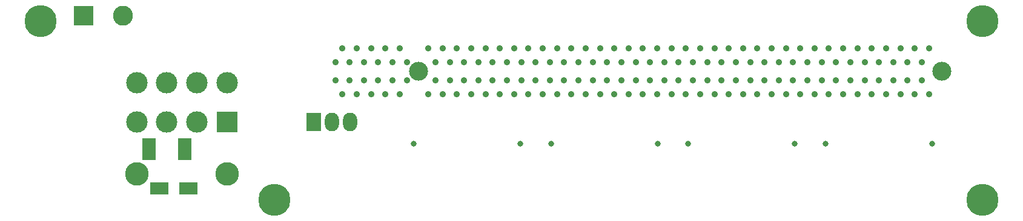
<source format=gbr>
%TF.GenerationSoftware,KiCad,Pcbnew,4.0.7*%
%TF.CreationDate,2018-05-23T21:05:09+03:00*%
%TF.ProjectId,Pci-e,5063692D652E6B696361645F70636200,rev?*%
%TF.FileFunction,Soldermask,Bot*%
%FSLAX46Y46*%
G04 Gerber Fmt 4.6, Leading zero omitted, Abs format (unit mm)*
G04 Created by KiCad (PCBNEW 4.0.7) date 05/23/18 21:05:09*
%MOMM*%
%LPD*%
G01*
G04 APERTURE LIST*
%ADD10C,0.100000*%
%ADD11C,0.900000*%
%ADD12C,2.650000*%
%ADD13R,1.960000X3.150000*%
%ADD14R,2.500000X1.800000*%
%ADD15R,3.000000X3.000000*%
%ADD16C,3.000000*%
%ADD17C,3.300000*%
%ADD18R,2.000000X2.600000*%
%ADD19O,2.000000X2.600000*%
%ADD20C,4.500000*%
%ADD21R,2.800000X2.800000*%
%ADD22C,2.800000*%
%ADD23C,0.800000*%
G04 APERTURE END LIST*
D10*
D11*
X-10649999Y-3260001D03*
X-11649999Y-1260001D03*
X-8649999Y-3260001D03*
X-6649999Y-3260001D03*
X-4649999Y-3260001D03*
X-2649999Y-3260001D03*
X-9649999Y-1260001D03*
X-7649999Y-1260001D03*
X-5649999Y-1260001D03*
X-3649999Y-1260001D03*
X-1649999Y-1260001D03*
X-11649999Y1239999D03*
X-10649999Y3239999D03*
X-8649999Y3239999D03*
X-9649999Y1239999D03*
X-6649999Y3239999D03*
X-7649999Y1239999D03*
X-2649999Y3239999D03*
X-3649999Y1239999D03*
X-5649999Y1239999D03*
X-4649999Y3239999D03*
X-1649999Y1239999D03*
X1350001Y-3260001D03*
X2350001Y-1260001D03*
X2350001Y1239999D03*
X1350001Y3239999D03*
D12*
X1Y-1D03*
D11*
X3350001Y-3260001D03*
X5350001Y-3260001D03*
X7350001Y-3260001D03*
X9350001Y-3260001D03*
X11350001Y-3260001D03*
X13350001Y-3260001D03*
X15350001Y-3260001D03*
X17350001Y-3260001D03*
X19350001Y-3260001D03*
X21350001Y-3260001D03*
X3350001Y3239999D03*
X5350001Y3239999D03*
X7350001Y3239999D03*
X9350001Y3239999D03*
X11350001Y3239999D03*
X13350001Y3239999D03*
X15350001Y3239999D03*
X17350001Y3239999D03*
X19350001Y3239999D03*
X21350001Y3239999D03*
X4350001Y1239999D03*
X6350001Y1239999D03*
X8350001Y1239999D03*
X10350001Y1239999D03*
X12350001Y1239999D03*
X14350001Y1239999D03*
X16350001Y1239999D03*
X18350001Y1239999D03*
X20350001Y1239999D03*
X4350001Y-1260001D03*
X6350001Y-1260001D03*
X8350001Y-1260001D03*
X10350001Y-1260001D03*
X12350001Y-1260001D03*
X14350001Y-1260001D03*
X16350001Y-1260001D03*
X18350001Y-1260001D03*
X20350001Y-1260001D03*
D12*
X73150001Y-1D03*
D11*
X22350001Y-1260001D03*
X23350001Y-3260001D03*
X24350001Y-1260001D03*
X25350001Y-3260001D03*
X26350001Y-1260001D03*
X27350001Y-3260001D03*
X28350001Y-1260001D03*
X29350001Y-3260001D03*
X30350001Y-1260001D03*
X31350001Y-3260001D03*
X32350001Y-1260001D03*
X33350001Y-3260001D03*
X34350001Y-1260001D03*
X35350001Y-3260001D03*
X36350001Y-1260001D03*
X37350001Y-3260001D03*
X38350001Y-1260001D03*
X39350001Y-3260001D03*
X40350001Y-1260001D03*
X41350001Y-3260001D03*
X42350001Y-1260001D03*
X43350001Y-3260001D03*
X44350001Y-1260001D03*
X45350001Y-3260001D03*
X46350001Y-1260001D03*
X47350001Y-3260001D03*
X48350001Y-1260001D03*
X49350001Y-3260001D03*
X50350001Y-1260001D03*
X51350001Y-3260001D03*
X52350001Y-1260001D03*
X53350001Y-3260001D03*
X54350001Y-1260001D03*
X55350001Y-3260001D03*
X56350001Y-1260001D03*
X57350001Y-3260001D03*
X58350001Y-1260001D03*
X59350001Y-3260001D03*
X60350001Y-1260001D03*
X61350001Y-3260001D03*
X62350001Y-1260001D03*
X63350001Y-3260001D03*
X64350001Y-1260001D03*
X65350001Y-3260001D03*
X66350001Y-1260001D03*
X67350001Y-3260001D03*
X68350001Y-1260001D03*
X69350001Y-3260001D03*
X70350001Y-1260001D03*
X71350001Y-3260001D03*
X22350001Y1239999D03*
X23350001Y3239999D03*
X24350001Y1239999D03*
X25350001Y3239999D03*
X26350001Y1239999D03*
X27350001Y3239999D03*
X28350001Y1239999D03*
X29350001Y3239999D03*
X30350001Y1239999D03*
X31350001Y3239999D03*
X32350001Y1239999D03*
X33350001Y3239999D03*
X34350001Y1239999D03*
X35350001Y3239999D03*
X36350001Y1239999D03*
X37350001Y3239999D03*
X38350001Y1239999D03*
X39350001Y3239999D03*
X40350001Y1239999D03*
X41350001Y3239999D03*
X42350001Y1239999D03*
X43350001Y3239999D03*
X44350001Y1239999D03*
X45350001Y3239999D03*
X46350001Y1239999D03*
X47350001Y3239999D03*
X48350001Y1239999D03*
X49350001Y3239999D03*
X50350001Y1239999D03*
X51350001Y3239999D03*
X52350001Y1239999D03*
X53350001Y3239999D03*
X54350001Y1239999D03*
X55350001Y3239999D03*
X56350001Y1239999D03*
X57350001Y3239999D03*
X58350001Y1239999D03*
X59350001Y3239999D03*
X60350001Y1239999D03*
X61350001Y3239999D03*
X62350001Y1239999D03*
X63350001Y3239999D03*
X64350001Y1239999D03*
X65350001Y3239999D03*
X66350001Y1239999D03*
X67350001Y3239999D03*
X68350001Y1239999D03*
X69350001Y3239999D03*
X70350001Y1239999D03*
X71350001Y3239999D03*
D13*
X-37650000Y-10910000D03*
X-32730000Y-10910000D03*
D14*
X-36210000Y-16420000D03*
X-32210000Y-16420000D03*
D15*
X-26790000Y-7080000D03*
D16*
X-30990000Y-7080000D03*
X-35190000Y-7080000D03*
X-39390000Y-7080000D03*
X-26790000Y-1580000D03*
X-30990000Y-1580000D03*
X-35190000Y-1580000D03*
X-39390000Y-1580000D03*
D17*
X-26790000Y-14380000D03*
X-39390000Y-14380000D03*
D18*
X-14660000Y-7090000D03*
D19*
X-12120000Y-7090000D03*
X-9580000Y-7090000D03*
D20*
X-52860000Y6990000D03*
X78840000Y6990000D03*
X78840000Y-18010000D03*
X-20160000Y-18010000D03*
D21*
X-46822000Y7786000D03*
D22*
X-41322000Y7786000D03*
D23*
X-700000Y-10190000D03*
X14200000Y-10190000D03*
X18500000Y-10190000D03*
X33400000Y-10190000D03*
X37700000Y-10190000D03*
X52600000Y-10190000D03*
X56900000Y-10190000D03*
X71800000Y-10190000D03*
M02*

</source>
